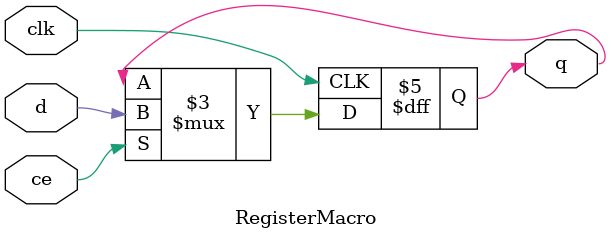
<source format=v>
`timescale 1ns / 1ps
/***********************************************************************************************************************
*                                                                                                                      *
* ANTIKERNEL v0.1                                                                                                      *
*                                                                                                                      *
* Copyright (c) 2012-2016 Andrew D. Zonenberg                                                                          *
* All rights reserved.                                                                                                 *
*                                                                                                                      *
* Redistribution and use in source and binary forms, with or without modification, are permitted provided that the     *
* following conditions are met:                                                                                        *
*                                                                                                                      *
*    * Redistributions of source code must retain the above copyright notice, this list of conditions, and the         *
*      following disclaimer.                                                                                           *
*                                                                                                                      *
*    * Redistributions in binary form must reproduce the above copyright notice, this list of conditions and the       *
*      following disclaimer in the documentation and/or other materials provided with the distribution.                *
*                                                                                                                      *
*    * Neither the name of the author nor the names of any contributors may be used to endorse or promote products     *
*      derived from this software without specific prior written permission.                                           *
*                                                                                                                      *
* THIS SOFTWARE IS PROVIDED BY THE AUTHORS "AS IS" AND ANY EXPRESS OR IMPLIED WARRANTIES, INCLUDING, BUT NOT LIMITED   *
* TO, THE IMPLIED WARRANTIES OF MERCHANTABILITY AND FITNESS FOR A PARTICULAR PURPOSE ARE DISCLAIMED. IN NO EVENT SHALL *
* THE AUTHORS BE HELD LIABLE FOR ANY DIRECT, INDIRECT, INCIDENTAL, SPECIAL, EXEMPLARY, OR CONSEQUENTIAL DAMAGES        *
* (INCLUDING, BUT NOT LIMITED TO, PROCUREMENT OF SUBSTITUTE GOODS OR SERVICES; LOSS OF USE, DATA, OR PROFITS; OR       *
* BUSINESS INTERRUPTION) HOWEVER CAUSED AND ON ANY THEORY OF LIABILITY, WHETHER IN CONTRACT, STRICT LIABILITY, OR TORT *
* (INCLUDING NEGLIGENCE OR OTHERWISE) ARISING IN ANY WAY OUT OF THE USE OF THIS SOFTWARE, EVEN IF ADVISED OF THE       *
* POSSIBILITY OF SUCH DAMAGE.                                                                                          *
*                                                                                                                      *
***********************************************************************************************************************/

/**
	@file
	@author Andrew D. Zonenberg
	@brief RPM for a single flipflop
 */

module RegisterMacro(clk, d, ce, q);
	
	////////////////////////////////////////////////////////////////////////////////////////////////////////////////////
	// I/O and parameter declarations

	parameter INIT = 0;
	parameter CE = 1;

	input wire	clk;
	input wire	ce;
	input wire	d;
	
	(* RLOC = "X0Y0" *)
	output reg q = INIT;
	
	////////////////////////////////////////////////////////////////////////////////////////////////////////////////////
	// Flipflop logic (stupid simple :D)
	
	generate
		if(CE) begin
			always @(posedge clk) begin
				if(ce)
					q <= d;
			end
		end
		
		else begin
			always @(posedge clk) begin
				q <= d;
			end
		end
		
	endgenerate

endmodule



</source>
